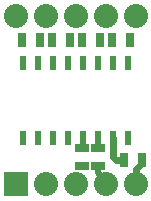
<source format=gtl>
G04 (created by PCBNEW (2012-nov-02)-testing) date 20.01.2013 (нд)  8,50,36 EET*
%MOIN*%
G04 Gerber Fmt 3.4, Leading zero omitted, Abs format*
%FSLAX34Y34*%
G01*
G70*
G90*
G04 APERTURE LIST*
%ADD10C,0.006*%
%ADD11R,0.02X0.045*%
%ADD12R,0.045X0.025*%
%ADD13R,0.025X0.045*%
%ADD14C,0.08*%
%ADD15R,0.08X0.08*%
%ADD16C,0.019685*%
%ADD17C,0.023622*%
%ADD18C,0.01*%
G04 APERTURE END LIST*
G54D10*
G54D11*
X83750Y-51250D03*
X84750Y-51250D03*
X85250Y-51250D03*
X85750Y-51250D03*
X86250Y-51250D03*
X86750Y-51250D03*
X87250Y-51250D03*
X87250Y-53750D03*
X86750Y-53750D03*
X86250Y-53750D03*
X85750Y-53750D03*
X85250Y-53750D03*
X84750Y-53750D03*
X84250Y-53750D03*
X83750Y-53750D03*
X84250Y-51250D03*
G54D12*
X85708Y-54109D03*
X85708Y-54709D03*
X86259Y-54109D03*
X86259Y-54709D03*
G54D13*
X87101Y-54488D03*
X87701Y-54488D03*
X84300Y-50500D03*
X83700Y-50500D03*
X85300Y-50500D03*
X84700Y-50500D03*
X85700Y-50500D03*
X86300Y-50500D03*
X86700Y-50500D03*
X87300Y-50500D03*
G54D14*
X84500Y-55299D03*
X85500Y-55299D03*
X86500Y-55299D03*
X87500Y-55299D03*
X87500Y-49700D03*
X86500Y-49700D03*
X85500Y-49700D03*
G54D15*
X83500Y-55299D03*
G54D14*
X84500Y-49700D03*
X83500Y-49700D03*
G54D16*
X86259Y-54709D02*
X86259Y-54921D01*
X86500Y-55161D02*
X86500Y-55299D01*
X86259Y-54921D02*
X86500Y-55161D01*
G54D17*
X87500Y-55299D02*
X87500Y-54783D01*
G54D18*
X87701Y-54581D02*
X87701Y-54488D01*
G54D17*
X87500Y-54783D02*
X87701Y-54581D01*
X86750Y-53750D02*
X86750Y-54387D01*
X86850Y-54488D02*
X87101Y-54488D01*
X86750Y-54387D02*
X86850Y-54488D01*
G54D16*
X86250Y-53750D02*
X86250Y-54099D01*
X86250Y-54099D02*
X86259Y-54109D01*
X85750Y-53750D02*
X85750Y-54068D01*
X85750Y-54068D02*
X85708Y-54109D01*
M02*

</source>
